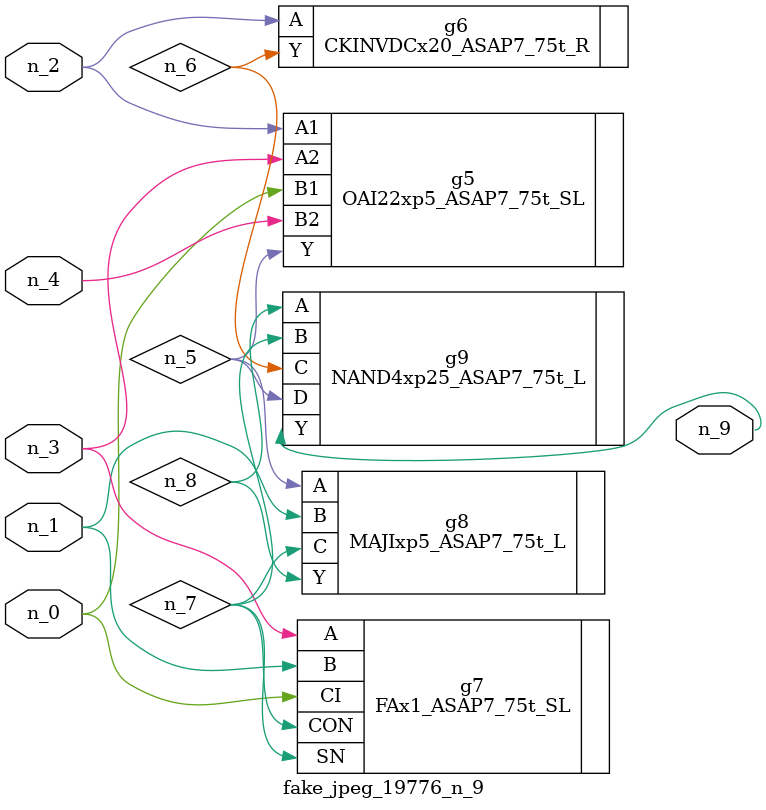
<source format=v>
module fake_jpeg_19776_n_9 (n_3, n_2, n_1, n_0, n_4, n_9);

input n_3;
input n_2;
input n_1;
input n_0;
input n_4;

output n_9;

wire n_8;
wire n_6;
wire n_5;
wire n_7;

OAI22xp5_ASAP7_75t_SL g5 ( 
.A1(n_2),
.A2(n_3),
.B1(n_0),
.B2(n_4),
.Y(n_5)
);

CKINVDCx20_ASAP7_75t_R g6 ( 
.A(n_2),
.Y(n_6)
);

FAx1_ASAP7_75t_SL g7 ( 
.A(n_3),
.B(n_1),
.CI(n_0),
.CON(n_7),
.SN(n_7)
);

MAJIxp5_ASAP7_75t_L g8 ( 
.A(n_5),
.B(n_1),
.C(n_7),
.Y(n_8)
);

NAND4xp25_ASAP7_75t_L g9 ( 
.A(n_8),
.B(n_7),
.C(n_6),
.D(n_5),
.Y(n_9)
);


endmodule
</source>
